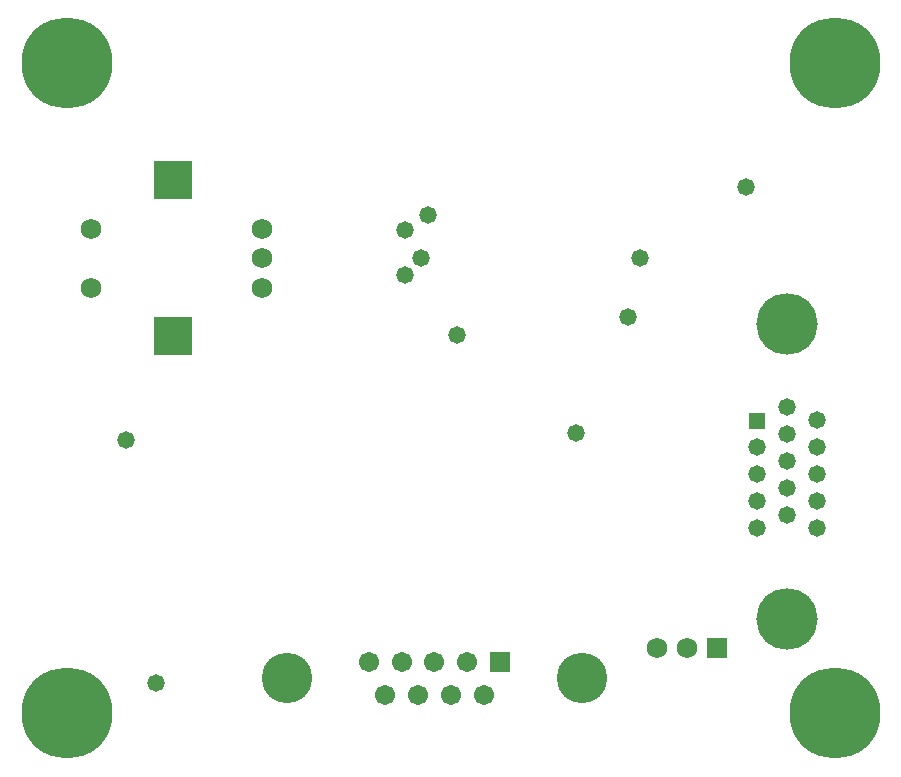
<source format=gbs>
G04*
G04 #@! TF.GenerationSoftware,Altium Limited,Altium Designer,21.3.1 (25)*
G04*
G04 Layer_Color=16711935*
%FSLAX44Y44*%
%MOMM*%
G71*
G04*
G04 #@! TF.SameCoordinates,4862DC25-4AA2-4778-B268-FF6FA36D4FA1*
G04*
G04*
G04 #@! TF.FilePolarity,Negative*
G04*
G01*
G75*
%ADD27C,1.7112*%
%ADD28C,4.2692*%
%ADD29R,1.7112X1.7112*%
%ADD30R,1.7272X1.7272*%
%ADD31C,1.7272*%
%ADD32C,7.7032*%
%ADD33C,5.2032*%
%ADD34C,1.4732*%
%ADD35R,1.4732X1.4732*%
%ADD36R,3.2032X3.2032*%
D27*
X427700Y290000D02*
D03*
X372300D02*
D03*
X400000D02*
D03*
X413850Y318400D02*
D03*
X358450D02*
D03*
X344600Y290000D02*
D03*
X330750Y318400D02*
D03*
X386150D02*
D03*
D28*
X511100Y304200D02*
D03*
X261200D02*
D03*
D29*
X441550Y318400D02*
D03*
D30*
X625400Y330000D02*
D03*
D31*
X600000D02*
D03*
X574600D02*
D03*
X240000Y635000D02*
D03*
Y660000D02*
D03*
Y685000D02*
D03*
X95000Y635000D02*
D03*
Y685000D02*
D03*
D32*
X75000Y275000D02*
D03*
X725000D02*
D03*
Y825000D02*
D03*
X75000D02*
D03*
D33*
X684600Y354600D02*
D03*
Y604500D02*
D03*
D34*
Y534200D02*
D03*
Y511400D02*
D03*
Y488600D02*
D03*
Y465800D02*
D03*
Y443000D02*
D03*
X659200Y431600D02*
D03*
Y454400D02*
D03*
Y477200D02*
D03*
Y500000D02*
D03*
X710000Y431600D02*
D03*
Y454400D02*
D03*
Y477200D02*
D03*
Y500000D02*
D03*
Y522800D02*
D03*
X560000Y660000D02*
D03*
X506000Y512000D02*
D03*
X150000Y300000D02*
D03*
X550000Y610000D02*
D03*
X375000Y660000D02*
D03*
X405000Y595000D02*
D03*
X650000Y720000D02*
D03*
X125000Y506500D02*
D03*
X380750Y696750D02*
D03*
X361550Y645950D02*
D03*
X360950Y684050D02*
D03*
D35*
X659600Y522600D02*
D03*
D36*
X165000Y594000D02*
D03*
Y726000D02*
D03*
M02*

</source>
